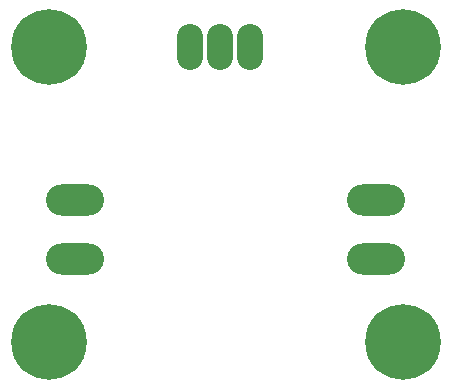
<source format=gbs>
G04 #@! TF.FileFunction,Soldermask,Bot*
%FSLAX46Y46*%
G04 Gerber Fmt 4.6, Leading zero omitted, Abs format (unit mm)*
G04 Created by KiCad (PCBNEW 4.0.2-stable) date 04/06/2016 20:31:28*
%MOMM*%
G01*
G04 APERTURE LIST*
%ADD10C,0.100000*%
%ADD11C,6.400000*%
%ADD12O,2.200860X3.900120*%
%ADD13O,4.900000X2.650000*%
G04 APERTURE END LIST*
D10*
D11*
X133500000Y-92500000D03*
X163500000Y-92500000D03*
X133500000Y-117500000D03*
X163500000Y-117500000D03*
D12*
X145460000Y-92500000D03*
X148000000Y-92500000D03*
X150540000Y-92500000D03*
D13*
X161250000Y-110500000D03*
X161250000Y-105500000D03*
X135750000Y-105500000D03*
X135750000Y-110500000D03*
M02*

</source>
